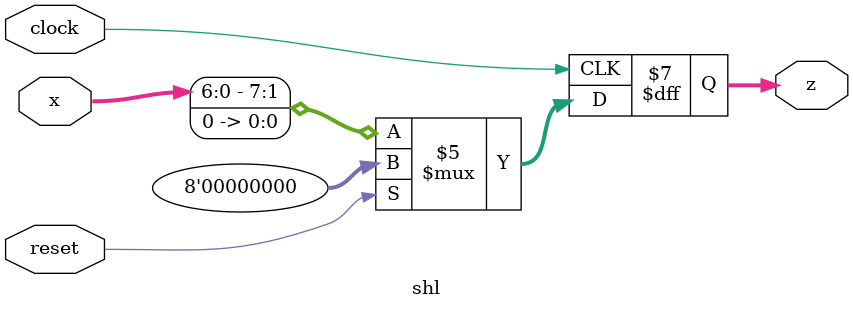
<source format=v>
module shl (clock, reset, x, z);

parameter WIDTH = 8;
parameter SHIFT = 1;

input clock;
input reset;
input [WIDTH - 1 : 0] x;
output [WIDTH - 1 : 0] z;
reg [WIDTH - 1 : 0] z;

always @(posedge clock) begin
  if (!reset) begin
    z <= x << SHIFT;
  end
  else begin
    z <= 0;
  end
end

endmodule // shl

</source>
